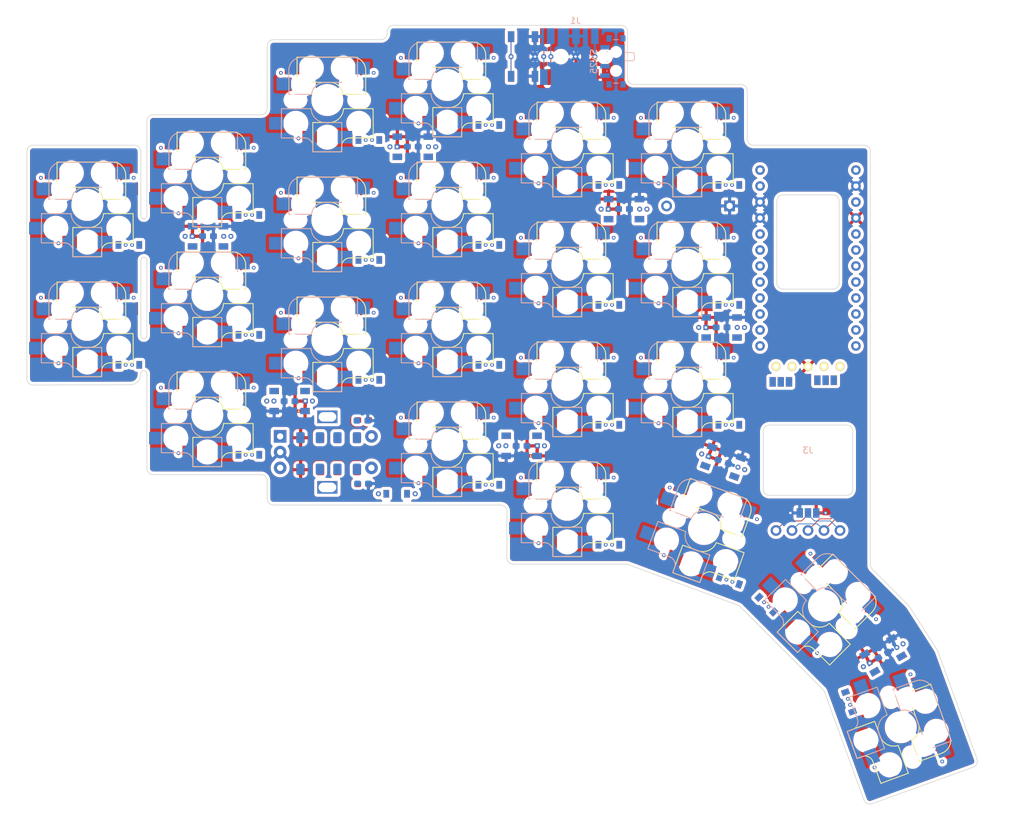
<source format=kicad_pcb>
(kicad_pcb (version 20211014) (generator pcbnew)
  (layers (0 "F.Cu" signal) (31 "B.Cu" signal) (34 "B.Paste" user) (35 "F.Paste" user) (36 "B.SilkS" user "B.Silkscreen") (37 "F.SilkS" user "F.Silkscreen") (38 "B.Mask" user) (39 "F.Mask" user) (44 "Edge.Cuts" user))
  (net 0 "")
  (net 1 "row0")
  (net 2 "Net-(D2-Pad2)")
  (net 3 "Net-(D3-Pad2)")
  (net 4 "Net-(D4-Pad2)")
  (net 5 "Net-(D5-Pad2)")
  (net 6 "Net-(D6-Pad2)")
  (net 7 "row1")
  (net 8 "Net-(D7-Pad2)")
  (net 9 "Net-(D8-Pad2)")
  (net 10 "Net-(SW1-Pad2)")
  (net 11 "Net-(SW2-Pad2)")
  (net 12 "Net-(SW3-Pad2)")
  (net 13 "Net-(SW4-Pad2)")
  (net 14 "row2")
  (net 15 "Net-(SW5-Pad2)")
  (net 16 "Net-(SW6-Pad2)")
  (net 17 "Net-(SW7-Pad2)")
  (net 18 "Net-(SW8-Pad2)")
  (net 19 "Net-(SW9-Pad2)")
  (net 20 "row3")
  (net 21 "Net-(SW10-Pad2)")
  (net 22 "Net-(SW11-Pad2)")
  (net 23 "Net-(SW12-Pad2)")
  (net 24 "Net-(SW13-Pad2)")
  (net 25 "col0")
  (net 26 "col1")
  (net 27 "col2")
  (net 28 "col3")
  (net 29 "col4")
  (net 30 "col5")
  (net 31 "rotS1")
  (net 32 "Net-(R1-Pad2)")
  (net 33 "Net-(R2-Pad2)")
  (net 34 "GND")
  (net 35 "LED")
  (net 36 "SDA")
  (net 37 "SCL")
  (net 38 "rotA")
  (net 39 "rotB")
  (net 40 "VCC")
  (net 41 "RESET")
  (net 42 "Net-(SW14-Pad2)")
  (net 43 "unconnected-(J1-PadS)")
  (net 44 "Net-(SW15-Pad2)")
  (net 46 "Net-(SW16-Pad2)")
  (net 47 "Net-(SW17-Pad2)")
  (net 48 "Net-(SW19-Pad2)")
  (net 49 "Net-(SW20-Pad2)")
  (net 50 "Net-(SW21-Pad2)")
  (net 51 "Net-(SW22-Pad2)")
  (net 52 "Net-(SW23-Pad2)")
  (net 54 "RAW")
  (net 55 "MOSI")
  (net 56 "SCK")
  (net 57 "CS")
  (net 58 "Net-(J2-Pad2)")
  (net 59 "HAP_1")
  (net 60 "HAP_5")
  (net 61 "LCD_1")
  (net 62 "LCD_2")
  (net 63 "LCD_4")
  (net 64 "LCD_5")
  (footprint "hb44:SMD_CherryMX_MidHeight_Choc_HotSwap+SOD123" (layer "F.Cu") (at 75.8345 60.1365)
    (fp_text reference "SW9" hide)
    (fp_text value "Switch+Diode" hide)
  )
  (footprint "hb44:SMD_CherryMX_MidHeight_Choc_HotSwap+SOD123" (layer "F.Cu") (at 94.8845 76.80525)
    (fp_text reference "SW15" hide)
    (fp_text value "Switch+Diode" hide)
  )
  (footprint "keyswitches:jumperClean" (layer "F.Cu") (at 152.146 106.68)
    (fp_text reference "JP6")
    (fp_text value "SolderJumper_3_Open")
  )
  (footprint "keyswitches:jumperClean" (layer "F.Cu") (at 154.94 85.598 180)
    (fp_text reference "JP3")
    (fp_text value "SolderJumper_3_Open")
  )
  (footprint "hb44:SMD_CherryMX_MidHeight_Choc_HotSwap+SOD123" (layer "F.Cu") (at 56.7845 52.99275)
    (fp_text reference "SW2" hide)
    (fp_text value "Switch+Diode" hide)
  )
  (footprint "hb44:SMD_CherryMX_MidHeight_Choc_HotSwap+SOD123" (layer "F.Cu") (at 132.9845 48.23025)
    (fp_text reference "SW6" hide)
    (fp_text value "Switch+Diode" hide)
  )
  (footprint "hb44:SMD_CherryMX_MidHeight_Choc_HotSwap+SOD123" (layer "F.Cu") (at 94.8845 38.70525)
    (fp_text reference "SW4" hide)
    (fp_text value "Switch+Diode" hide)
  )
  (footprint "hb44:SMD_CherryMX_MidHeight_Choc_HotSwap+SOD123" (layer "F.Cu") (at 132.9845 67.28025)
    (fp_text reference "SW12" hide)
    (fp_text value "Switch+Diode" hide)
  )
  (footprint "hb44:SMD_CherryMX_MidHeight_Choc_HotSwap+SOD123" (layer "F.Cu") (at 37.7345 76.80525)
    (fp_text reference "SW7" hide)
    (fp_text value "Switch+Diode" hide)
  )
  (footprint "hb44:SMD_CherryMX_MidHeight_Choc_HotSwap+SOD123" (layer "F.Cu") (at 94.8845 95.85525)
    (fp_text reference "SW19" hide)
    (fp_text value "Switch+Diode" hide)
  )
  (footprint "hb44:SMD_CherryMX_MidHeight_Choc_HotSwap+SOD123" (layer "F.Cu") (at 75.8345 79.1865)
    (fp_text reference "SW14" hide)
    (fp_text value "Switch+Diode" hide)
  )
  (footprint "keyswitches:Res_1206_Clean" (layer "F.Cu") (at 73.152 94.7314)
    (fp_text reference "R5")
    (fp_text value "10k")
  )
  (footprint "hb44:SMD_CherryMX_MidHeight_Choc_HotSwap+SOD123" (layer "F.Cu") (at 94.8845 57.75525)
    (fp_text reference "SW10" hide)
    (fp_text value "Switch+Diode" hide)
  )
  (footprint "hb44:SMD_CherryMX_MidHeight_Choc_HotSwap+SOD123" (layer "F.Cu") (at 132.9845 86.33025)
    (fp_text reference "SW17" hide)
    (fp_text value "Switch+Diode" hide)
  )
  (footprint "hb44:SMD_SW_PUSH" (layer "F.Cu") (at 106.9086 34.1884 90)
    (fp_text reference "SW24")
    (fp_text value "SW_PUSH")
  )
  (footprint "hb44:SMD_SOD123" (layer "F.Cu") (at 86.741 103.2335 180)
    (fp_text reference "D1")
    (fp_text value " ")
  )
  (footprint "keyswitches:Res_1206_Clean" (layer "F.Cu") (at 78.994 99.8114)
    (fp_text reference "R8")
    (fp_text value "10k")
  )
  (footprint "hb44:TH_BatteryConn" (layer "F.Cu") (at 139.7 57.912 180)
    (fp_text reference "J2")
    (fp_text value "Conn_01x02")
  )
  (footprint "keyswitches:Res_1206_Clean" (layer "F.Cu") (at 73.152 99.8114)
    (fp_text reference "R6")
    (fp_text value "10k")
  )
  (footprint "hb44:SMD_CherryMX_MidHeight_Choc_HotSwap+SOD123" (layer "F.Cu") (at 75.8345 41.0865)
    (fp_text reference "SW3" hide)
    (fp_text value "Switch+Diode" hide)
  )
  (footprint "hb44:SMD_CherryMX_MidHeight_Choc_HotSwap+SOD123" (layer "F.Cu") (at 37.7345 57.75525)
    (fp_text reference "SW1" hide)
    (fp_text value "Switch+Diode" hide)
  )
  (footprint "hb44:SMD_CherryMX_MidHeight_Choc_HotSwap+SOD123" (layer "F.Cu") (at 56.7845 91.09275)
    (fp_text reference "SW13" hide)
    (fp_text value "Switch+Diode" hide)
  )
  (footprint "keyswitches:jumperClean" (layer "F.Cu") (at 147.828 85.852 180)
    (fp_text reference "JP2")
    (fp_text value "SolderJumper_3_Open")
  )
  (footprint "hb44:nice!view" (layer "F.Cu") (at 152.146 83.417)
    (fp_text reference "LCD1")
    (fp_text value "OLED" hide)
  )
  (footprint "keyswitches:Res_1206_Clean" (layer "F.Cu") (at 78.994 94.7314)
    (fp_text reference "R7")
    (fp_text value "10k")
  )
  (footprint "keyswitches:Cap_0603_Clean" (layer "F.Cu") (at 81.534 91.9374)
    (fp_text reference "C19")
    (fp_text value "10n")
  )
  (footprint "hb44:SMD_CherryMX_MidHeight_Choc_HotSwap+SOD123" (layer "F.Cu") (at 113.9345 48.23025)
    (fp_text reference "SW5" hide)
    (fp_text value "Switch+Diode" hide)
  )
  (footprint "hb44:SMD_CherryMX_MidHeight_Choc_HotSwap+SOD123" (layer "F.Cu") (at 135.636 109.22 -20)
    (fp_text reference "SW21" hide)
    (fp_text value "Switch+Diode" hide)
  )
  (footprint "hb44:SMD_CherryMX_MidHeight_Choc_HotSwap+SOD123" (layer "F.Cu") (at 113.9345 105.38025)
    (fp_text reference "SW20" hide)
    (fp_text value "Switch+Diode" hide)
  )
  (footprint "hb44:SMD_CherryMX_MidHeight_Choc_HotSwap+SOD123" (layer "F.Cu") (at 113.9345 67.28025)
    (fp_text reference "SW11" hide)
    (fp_text value "Switch+Diode" hide)
  )
  (footprint "keyswitches:ec11" (layer "F.Cu") (at 68.35 94.5134)
    (fp_text reference "SW18")
    (fp_text value "RotaryEncoder_Switch")
  )
  (footprint "hb44:SMD_CherryMX_MidHeight_Choc_HotSwap+SOD123" (layer "F.Cu") (at 56.7845 72.04275)
    (fp_text reference "SW8" hide)
    (fp_text value "Switch+Diode" hide)
  )
  (footprint "keyswitches:Cap_0603_Clean" (layer "F.Cu") (at 81.534 102.0974)
    (fp_text reference "C20")
    (fp_text value "10n")
  )
  (footprint "hb44:SMD_CherryMX_MidHeight_Choc_HotSwap+SOD123" (layer "F.Cu") (at 113.9345 86.33025)
    (fp_text reference "SW16" hide)
    (fp_text value "Switch+Diode" hide)
  )
  (footprint "keyswitches:Res_1206_Clean" (layer "B.Cu") (at 78.994 99.7134)
    (fp_text reference "R4")
    (fp_text value "10k")
  )
  (footprint "keyswitches:Cap_0603_Clean" (layer "B.Cu") (at 81.5 102.0134)
    (fp_text reference "C2")
    (fp_text value "10n")
  )
  (footprint "keyswitches:jumperClean" (layer "B.Cu") (at 147.828 85.852 180)
    (fp_text reference "JP1")
    (fp_text value "SolderJumper_3_Open")
  )
  (footprint "hb44:SMD_WS2812B+Cap0603" (layer "B.Cu") (at 69.85 88.9 180)
    (fp_text reference "D6")
    (fp_text value "WS2812B+Cap")
  )
  (footprint "hb44:Pimoroni Haptic Buzz DRV2605L Driver" (layer "B.Cu") (at 152.146 99.06 180)
    (fp_text reference "J3")
    (fp_text value "Conn_01x05")
  )
  (footprint "hb44:SMD_WS2812B+Cap0603" (layer "B.Cu") (at 138.43 77.216)
    (fp_text reference "D2")
    (fp_text value "WS2812B+Cap")
  )
  (footprint "hb44:SMD_WS2812B+Cap0603" (layer "B.Cu") (at 106.68 96.012 180)
    (fp_text reference "D7")
    (fp_text value "WS2812B+Cap")
  )
  (footprint "hb44:SMD_WS2812B+Cap0603" (layer "B.Cu") (at 164.084 129.286 30)
    (fp_text reference "D9")
    (fp_text value "WS2812B+Cap")
  )
  (footprint "keyswitches:Cap_0603_Clean" (layer "B.Cu") (at 81.4 92.0134)
    (fp_text reference "C1")
    (fp_text value "10n")
  )
  (footprint "keyswitches:Res_1206_Clean" (layer "B.Cu") (at 73.1 94.7134)
    (fp_text reference "R1")
    (fp_text value "10k")
  )
  (footprint "hb44:SMD_WS2812B+Cap0603" (layer "B.Cu") (at 56.896 62.738)
    (fp_text reference "D5")
    (fp_text value "WS2812B+Cap")
  )
  (footprint "keyswitches:Res_1206_Clean" (layer "B.Cu") (at 73.1 99.7134)
    (fp_text reference "R2")
    (fp_text value "10k")
  )
  (footprint "keyswitches:jumperClean" (layer "B.Cu") (at 152.146 106.68 180)
    (fp_text reference "JP5")
    (fp_text value "SolderJumper_3_Open")
  )
  (footprint "hb44:SMD_WS2812B+Cap0603" (layer "B.Cu") (at 138.684 98.552 -20)
    (fp_text reference "D8")
    (fp_text value "WS2812B+Cap")
  )
  (footprint "hb44:SMD_WS2812B+Cap0603" (layer "B.Cu") (at 122.936 58.42)
    (fp_text reference "D3")
    (fp_text value "WS2812B+Cap")
  )
  (footprint "hb44:nice!nano" (layer "B.Cu") (at 152.146 66.687 180)
    (fp_text reference "U1" hide)
    (fp_text value "ProMicro_r" hide)
  )
  (footprint "hb44:SMD_3.5mm_TRRS" (layer "B.Cu") (at 115.1382 34.1884 180)
    (fp_text reference "J1")
    (fp_text value "AudioJack4")
  )
  (footprint "keyswitches:Res_1206_Clean" (layer "B.Cu") (at 79 94.7134)
    (fp_text reference "R3")
    (fp_text value "10k")
  )
  (footprint "Button_Switch_SMD:SW_SPDT_PCM12" (layer "B.Cu") (at 121.3434 34.9504 -90)
    (fp_text reference "SW25")
    (fp_text value "SW_DPDT_x2")
  )
  (footprint "hb44:SMD_CherryMX_MidHeight_Choc_HotSwap+SOD123" (layer "B.Cu") (at 166.878 140.716 110)
    (fp_text reference "SW23" hide)
    (fp_text value "Switch+Diode" hide)
  )
  (footprint "hb44:SMD_CherryMX_MidHeight_Choc_HotSwap+SOD123" (layer "B.Cu") (at 154.686 121.412 135)
    (fp_text reference "SW22" hide)
    (fp_text value "Switch+Diode" hide)
  )
  (footprint "keyswitches:jumperClean" (layer "B.Cu") (at 154.94 85.598 180)
    (fp_text reference "JP4")
    (fp_text value "SolderJumper_3_Open")
  )
  (footprint "hb44:SMD_WS2812B+Cap0603" (layer "B.Cu") (at 89.408 48.514)
    (fp_text reference "D4")
    (fp_text value "WS2812B+Cap")
  )
  (gr_arc (start 147.193 57.134) (mid 147.485893 56.426893) (end 148.193 56.134) (layer "Edge.Cuts") (width 0.1))
  (gr_arc (start 66.294 32.496) (mid 66.586893 31.788893) (end 67.294 31.496) (layer "Edge.Cuts") (width 0.1))
  (gr_arc (start 45.228 48.26) (mid 45.935107 48.552893) (end 46.228 49.26) (layer "Edge.Cuts") (width 0.1))
  (gr_line (start 104.3432 113.808) (end 104.3432 106.41) (layer "Edge.Cuts") (width 0.1))
  (gr_line (start 123.264284 114.808) (end 105.3432 114.808) (layer "Edge.Cuts") (width 0.1))
  (gr_arc (start 157.099 70.12) (mid 156.806107 70.827107) (end 156.099 71.12) (layer "Edge.Cuts") (width 0.1))
  (gr_line (start 142.494 39.608) (end 142.494 47.26) (layer "Edge.Cuts") (width 0.1))
  (gr_arc (start 123.264284 114.808) (mid 123.441166 114.823768) (end 123.61247 114.870574) (layer "Edge.Cuts") (width 0.1))
  (gr_arc (start 172.658 128.427555) (mid 172.714121 128.526892) (end 172.758562 128.631975) (layer "Edge.Cuts") (width 0.1))
  (gr_arc (start 47.1932 78.5114) (mid 46.7106 78.994) (end 46.228 78.5114) (layer "Edge.Cuts") (width 0.1))
  (gr_line (start 46.228 59.4614) (end 46.228 49.26) (layer "Edge.Cuts") (width 0.1))
  (gr_arc (start 154.525336 134.713336) (mid 154.664431 134.887582) (end 154.761463 135.088316) (layer "Edge.Cuts") (width 0.1))
  (gr_line (start 172.758562 128.631975) (end 178.982172 145.769149) (layer "Edge.Cuts") (width 0.1))
  (gr_arc (start 29.145579 86.357616) (mid 28.436936 86.065566) (end 28.1432 85.357619) (layer "Edge.Cuts") (width 0.1))
  (gr_arc (start 156.099 56.134) (mid 156.806107 56.426893) (end 157.099 57.134) (layer "Edge.Cuts") (width 0.1))
  (gr_arc (start 85.344 30.496) (mid 85.051107 31.203107) (end 84.344 31.496) (layer "Edge.Cuts") (width 0.1))
  (gr_line (start 159.258 102.886) (end 159.258 93.71) (layer "Edge.Cuts") (width 0.1))
  (gr_arc (start 162.278551 152.873726) (mid 161.538932 152.841654) (end 161.036 152.2984) (layer "Edge.Cuts") (width 0.1))
  (gr_line (start 67.294 31.496) (end 84.344 31.496) (layer "Edge.Cuts") (width 0.1))
  (gr_line (start 86.344 29.21) (end 122.4948 29.21) (layer "Edge.Cuts") (width 0.1))
  (gr_line (start 65.294 100.584) (end 48.1932 100.584) (layer "Edge.Cuts") (width 0.1))
  (gr_line (start 47.1932 99.584) (end 47.1932 84.581282) (layer "Edge.Cuts") (width 0.1))
  (gr_arc (start 145.034 93.71) (mid 145.326893 93.002893) (end 146.034 92.71) (layer "Edge.Cuts") (width 0.1))
  (gr_arc (start 148.193 71.12) (mid 147.485893 70.827107) (end 147.193 70.12) (layer "Edge.Cuts") (width 0.1))
  (gr_arc (start 178.982172 145.769149) (mid 178.947946 146.534396) (end 178.382272 147.050912) (layer "Edge.Cuts") (width 0.1))
  (gr_line (start 162.052 49.26) (end 162.052 57.912) (layer "Edge.Cuts") (width 0.1))
  (gr_line (start 158.258 103.886) (end 146.034 103.886) (layer "Edge.Cuts") (width 0.1))
  (gr_line (start 161.052 48.26) (end 158.242 48.26) (layer "Edge.Cuts") (width 0.1))
  (gr_arc (start 66.294 42.434) (mid 66.001107 43.141107) (end 65.294 43.434) (layer "Edge.Cuts") (width 0.1))
  (gr_line (start 66.294 101.584) (end 66.294 104.41) (layer "Edge.Cuts") (width 0.1))
  (gr_line (start 65.294 43.434) (end 48.1932 43.434) (layer "Edge.Cuts") (width 0.1))
  (gr_arc (start 141.494 38.608) (mid 142.201107 38.900893) (end 142.494 39.608) (layer "Edge.Cuts") (width 0.1))
  (gr_line (start 168.072028 121.336028) (end 162.344893 115.608893) (layer "Edge.Cuts") (width 0.1))
  (gr_line (start 123.61247 114.870574) (end 141.019407 121.336009) (layer "Edge.Cuts") (width 0.1))
  (gr_arc (start 46.228 84.581282) (mid 45.729222 85.847534) (end 44.45 86.312043) (layer "Edge.Cuts") (width 0.1))
  (gr_line (start 66.294 32.496) (end 66.294 42.434) (layer "Edge.Cuts") (width 0.1))
  (gr_arc (start 146.034 103.886) (mid 145.326893 103.593107) (end 145.034 102.886) (layer "Edge.Cuts") (width 0.1))
  (gr_line (start 156.099 71.12) (end 148.193 71.12) (layer "Edge.Cuts") (width 0.1))
  (gr_line (start 141.494 38.608) (end 124.4948 38.608) (layer "Edge.Cuts") (width 0.1))
  (gr_line (start 147.193 70.12) (end 147.193 57.134) (layer "Edge.Cuts") (width 0.1))
  (gr_arc (start 158.258 92.71) (mid 158.965107 93.002893) (end 159.258 93.71) (layer "Edge.Cuts") (width 0.1))
  (gr_line (start 172.658 128.427555) (end 168.206099 121.502376) (layer "Edge.Cuts") (width 0.1))
  (gr_arc (start 141.019407 121.336009) (mid 141.211287 121.431811) (end 141.378326 121.566326) (layer "Edge.Cuts") (width 0.1))
  (gr_arc (start 48.1932 100.584) (mid 47.486093 100.291107) (end 47.1932 99.584) (layer "Edge.Cuts") (width 0.1))
  (gr_arc (start 85.344 30.21) (mid 85.636893 29.502893) (end 86.344 29.21) (layer "Edge.Cuts") (width 0.1))
  (gr_line (start 156.099 56.134) (end 148.193 56.134) (layer "Edge.Cuts") (width 0.1))
  (gr_arc (start 161.052 48.26) (mid 161.759107 48.552893) (end 162.052 49.26) (layer "Edge.Cuts") (width 0.1))
  (gr_arc (start 124.4948 38.608) (mid 123.787693 38.315107) (end 123.4948 37.608) (layer "Edge.Cuts") (width 0.1))
  (gr_arc (start 122.4948 29.21) (mid 123.201907 29.502893) (end 123.4948 30.21) (layer "Edge.Cuts") (width 0.1))
  (gr_line (start 162.052 114.901787) (end 162.052 57.912) (layer "Edge.Cuts") (width 0.1))
  (gr_line (start 47.1932 59.4774) (end 47.1932 44.45) (layer "Edge.Cuts") (width 0.1))
  (gr_line (start 29.145579 86.357616) (end 44.45 86.312043) (layer "Edge.Cuts") (width 0.1))
  (gr_arc (start 105.3432 114.808) (mid 104.636093 114.515107) (end 104.3432 113.808) (layer "Edge.Cuts") (width 0.1))
  (gr_line (start 85.344 30.496) (end 85.344 30.21) (layer "Edge.Cuts") (width 0.1))
  (gr_line (start 154.761463 135.088316) (end 161.036 152.2984) (layer "Edge.Cuts") (width 0.1))
  (gr_arc (start 143.494 48.26) (mid 142.786893 47.967107) (end 142.494 47.26) (layer "Edge.Cuts") (width 0.1))
  (gr_arc (start 46.228 84.581282) (mid 46.7106 84.074) (end 47.1932 84.581282) (layer "Edge.Cuts") (width 0.1))
  (gr_line (start 28.1432 85.357619) (end 28.1432 49.26) (layer "Edge.Cuts") (width 0.1))
  (gr_line (start 157.099 70.12) (end 157.099 57.134) (layer "Edge.Cuts") (width 0.1))
  (gr_line (start 145.034 102.886) (end 145.034 93.71) (layer "Edge.Cuts") (width 0.1))
  (gr_line (start 46.228 78.5114) (end 46.228 66.5226) (layer "Edge.Cuts") (width 0.1))
  (gr_arc (start 47.1932 59.4614) (mid 46.7106 59.944) (end 46.228 59.4614) (layer "Edge.Cuts") (width 0.1))
  (gr_arc (start 168.072028 121.336028) (mid 168.143519 121.415611) (end 168.206099 121.502376) (layer "Edge.Cuts") (width 0.1))
  (gr_line (start 45.228 48.26) (end 29.1432 48.26) (layer "Edge.Cuts") (width 0.1))
  (gr_line (start 141.378326 121.566326) (end 154.525336 134.713336) (layer "Edge.Cuts") (width 0.1))
  (gr_line (start 143.494 48.26) (end 158.242 48.26) (layer "Edge.Cuts") (width 0.1))
  (gr_line (start 178.382272 147.050912) (end 162.278551 152.873726) (layer "Edge.Cuts") (width 0.1))
  (gr_arc (start 159.258 102.886) (mid 158.965107 103.593107) (end 158.258 103.886) (layer "Edge.Cuts") (width 0.1))
  (gr_arc (start 103.3432 105.41) (mid 104.050307 105.702893) (end 104.3432 106.41) (layer "Edge.Cuts") (width 0.1))
  (gr_arc (start 67.294 105.41) (mid 66.586893 105.117107) (end 66.294 104.41) (layer "Edge.Cuts") (width 0.1))
  (gr_arc (start 162.344893 115.608893) (mid 162.12812 115.28447) (end 162.052 114.901787) (layer "Edge.Cuts") (width 0.1))
  (gr_arc (start 46.228 66.5226) (mid 46.7106 66.04) (end 47.1932 66.5226) (layer "Edge.Cuts") (width 0.1))
  (gr_line (start 47.1932 66.5226) (end 47.1932 78.5114) (layer "Edge.Cuts") (width 0.1))
  (gr_line (start 158.258 92.71) (end 146.034 92.71) (layer "Edge.Cuts") (width 0.1))
  (gr_arc (start 65.294 100.584) (mid 66.001107 100.876893) (end 66.294 101.584) (layer "Edge.Cuts") (width 0.1))
  (gr_line (start 67.294 105.41) (end 103.3432 105.41) (layer "Edge.Cuts") (width 0.1))
  (gr_line (start 123.4948 30.21) (end 123.4948 37.608) (layer "Edge.Cuts") (width 0.1))
  (gr_arc (start 28.1432 49.26) (mid 28.436093 48.552893) (end 29.1432 48.26) (layer "Edge.Cuts") (width 0.1))
  (gr_arc (start 47.1932 44.434) (mid 47.486093 43.726893) (end 48.1932 43.434) (layer "Edge.Cuts") (width 0.1))
  (gr_text "失\n恋" (at 125.476 100.584) (layer "F.Cu") (effects (font (size 3 3) (thickness 0.3))))
  (segment (start 115.3134 37.4384) (end 115.3134 34.262) (width 0.508) (layer "F.Cu") (net 34))
  (segment (start 108.8086 37.3384) (end 108.8086 34.1934) (width 0.508) (layer "F.Cu") (net 34))
  (segment (start 115.3134 34.262) (end 115.2398 34.1884) (width 0.508) (layer "F.Cu") (net 34))
  (segment (start 108.8086 34.1834) (end 108.8136 34.1884) (width 0.508) (layer "F.Cu") (net 34))
  (segment (start 149.352 106.68) (end 150.846 106.68) (width 0.127) (layer "F.Cu") (net 34))
  (segment (start 108.8086 31.0384) (end 108.8086 34.1834) (width 0.508) (layer "F.Cu") (net 34))
  (segment (start 108.8086 34.1934) (end 108.8136 34.1884) (width 0.508) (layer "F.Cu") (net 34))
  (via (at 149.352 106.68) (size 0.8) (drill 0.4) (layers "F.Cu" "B.Cu") (net 34))
  (segment (start 108.8086 31.0064) (end 108.8086 34.1834) (width 0.508) (layer "B.Cu") (net 34))
  (segment (start 115.3132 34.115) (end 115.2398 34.1884) (width 0.508) (layer "B.Cu") (net 34))
  (segment (start 115.3132 30.9384) (end 115.3132 34.115) (width 0.508) (layer "B.Cu") (net 34))
  (segment (start 150.846 106.68) (end 149.352 106.68) (width 0.127) (layer "B.Cu") (net 34))
  (segment (start 108.8136 37.3014) (end 108.8086 37.3064) (width 0.508) (layer "B.Cu") (net 34))
  (segment (start 108.8086 34.1834) (end 108.8136 34.1884) (width 0.508) (layer "B.Cu") (net 34))
  (segment (start 108.8136 34.1884) (end 108.8136 37.3014) (width 0.508) (layer "B.Cu") (net 34))
  (segment (start 157.466 106.68) (end 157.48 106.68) (width 0.127) (layer "F.Cu") (net 36))
  (segment (start 154.686 109.46) (end 157.466 106.68) (width 0.127) (layer "F.Cu") (net 36))
  (segment (start 149.606 109.46) (end 150.646011 108.419989) (width 0.127) (layer "B.Cu") (net 36))
  (segment (start 153.645989 108.419989) (end 154.686 109.46) (width 0.127) (layer "B.Cu") (net 36))
  (segment (start 150.646011 108.419989) (end 153.645989 108.419989) (width 0.127) (layer "B.Cu") (net 36))
  (segment (start 155.777989 107.620011) (end 156.718 106.68) (width 0.127) (layer "F.Cu") (net 37))
  (segment (start 153.985989 107.620011) (end 155.777989 107.620011) (width 0.127) (layer "F.Cu") (net 37))
  (segment (start 152.146 109.46) (end 153.985989 107.620011) (width 0.127) (layer "F.Cu") (net 37))
  (segment (start 118.3134 37.4384) (end 118.3134 34.1886) (width 0.254) (layer "F.Cu") (net 40))
  (segment (start 153.446 106.68) (end 154.94 106.68) (width 0.127) (layer "F.Cu") (net 40))
  (segment (start 118.3134 34.1886) (end 118.3132 34.1884) (width 0.254) (layer "F.Cu") (net 40))
  (via (at 154.94 106.68) (size 0.6) (drill 0.3) (layers "F.Cu" "B.Cu") (net 40))
  (segment (start 154.94 106.68) (end 153.446 106.68) (width 0.127) (layer "B.Cu") (net 40))
  (segment (start 118.3132 30.9384) (end 118.3132 34.1884) (width 0.254) (layer "B.Cu") (net 40))
  (segment (start 105.0086 34.1934) (end 105.0036 34.1884) (width 0.127) (layer "F.Cu") (net 41))
  (segment (start 105.0086 37.3384) (end 105.0086 34.1934) (width 0.127) (layer "F.Cu") (net 41))
  (segment (start 105.0086 34.1834) (end 105.0036 34.1884) (width 0.127) (layer "F.Cu") (net 41))
  (segment (start 105.0086 31.0384) (end 105.0086 34.1834) (width 0.127) (layer "F.Cu") (net 41))
  (segment (start 105.0086 34.1934) (end 105.0036 34.1884) (width 0.127) (layer "B.Cu") (net 41))
  (segment (start 105.0086 34.1834) (end 105.0036 34.1884) (width 0.127) (layer "B.Cu") (net 41))
  (segment (start 105.0086 31.0064) (end 105.0086 34.1834) (width 0.127) (layer "B.Cu") (net 41))
  (segment (start 105.0086 37.3064) (end 105.0086 34.1934) (width 0.127) (layer "B.Cu") (net 41))
  (segment (start 110.2134 34.1602) (end 110.1852 34.1884) (width 0.127) (layer "F.Cu") (net 43))
  (segment (start 110.2134 30.9384) (end 110.2134 34.1602) (width 0.127) (layer "F.Cu") (net 43))
  (segment (start 110.2132 37.4384) (end 110.2132 34.2164) (width 0.127) (layer "B.Cu") (net 43))
  (segment (start 110.2132 34.2164) (end 110.1852 34.1884) (width 0.127) (layer "B.Cu") (net 43))
  (segment (start 111.3134 37.4384) (end 111.3134 34.2032) (width 0.127) (layer "F.Cu") (net 57))
  (segment (start 111.3134 34.2032) (end 111.3282 34.1884) (width 0.127) (layer "F.Cu") (net 57))
  (segment (start 111.3132 34.1734) (end 111.3282 34.1884) (width 0.127) (layer "B.Cu") (net 57))
  (segment (start 111.3132 30.9384) (end 111.3132 34.1734) (width 0.127) (layer "B.Cu") (net 57))
  (segment (start 152.146 106.93) (end 153.166 107.95) (width 0.127) (layer "B.Cu") (net 59))
  (segment (start 152.146 106.68) (end 152.146 106.93) (width 0.127) (layer "B.Cu") (net 59))
  (segment (start 155.716 107.95) (end 157.226 109.46) (width 0.127) (layer "B.Cu") (net 59))
  (segment (start 153.166 107.95) (end 155.716 107.95) (width 0.127) (layer "B.Cu") (net 59))
  (segment (start 151.126 107.95) (end 148.576 107.95) (width 0.127) (layer "F.Cu") (net 60))
  (segment (start 152.146 106.68) (end 152.146 106.93) (width 0.127) (layer "F.Cu") (net 60))
  (segment (start 152.146 106.93) (end 151.126 107.95) (width 0.127) (layer "F.Cu") (net 60))
  (segment (start 148.576 107.95) (end 147.066 109.46) (width 0.127) (layer "F.Cu") (net 60))
  (zone (net 40) (net_name "VCC") (layer "F.Cu") (connect_pads (clearance 0.508)) (min_thickness 0.254) (fill yes (thermal_gap 0.508) (thermal_bridge_width 0.508))
    (polygon (pts (xy 165.608 43.688) (xy 170.9928 58.9788) (xy 175.006 113.284) (xy 186.436 147.32) (xy 169.672 156.21) (xy 156.718 155.702) (xy 143.51 131.572) (xy 119.0244 122.2756) (xy 83.2104 117.0432) (xy 27.6352 98.9584) (xy 24.384 81.534) (xy 23.876 46.736) (xy 63.3476 28.2956) (xy 83.7184 25.1968) (xy 116.84 25.654)))
  )
  (zone (net 34) (net_name "GND") (layer "B.Cu") (connect_pads (clearance 0.508)) (min_thickness 0.254) (fill yes (thermal_gap 0.508) (thermal_bridge_width 0.508))
    (polygon (pts (xy 165.608 43.434) (xy 170.9928 58.9788) (xy 175.006 113.284) (xy 186.436 147.32) (xy 169.672 156.21) (xy 156.718 155.702) (xy 143.51 131.318) (xy 119.126 122.2756) (xy 83.1088 116.9924) (xy 27.6352 98.9584) (xy 24.384 81.534) (xy 23.876 46.736) (xy 63.3984 28.2956) (xy 83.7184 25.1968) (xy 116.84 25.654)))
  )
)
</source>
